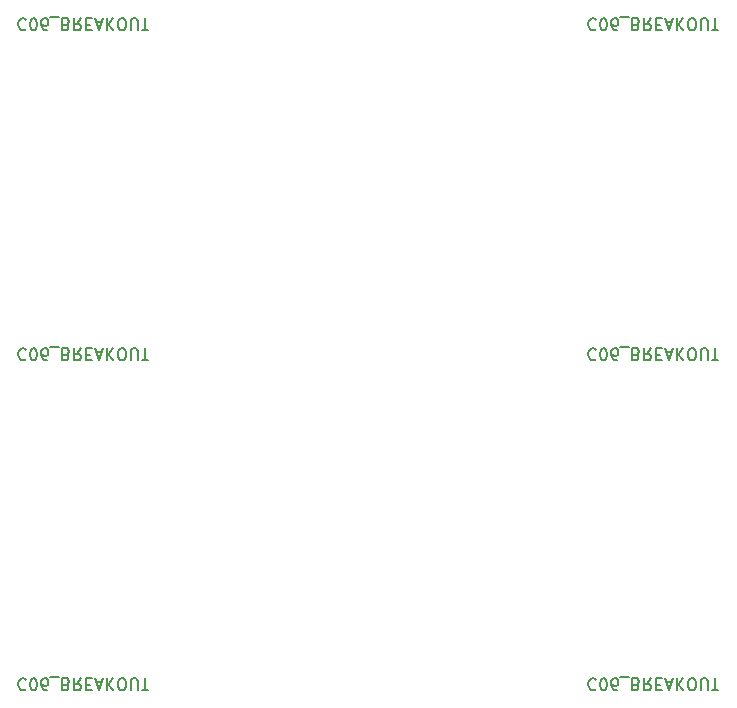
<source format=gbr>
G04 #@! TF.GenerationSoftware,KiCad,Pcbnew,5.1.5-52549c5~86~ubuntu18.04.1*
G04 #@! TF.CreationDate,2020-09-19T01:21:03-05:00*
G04 #@! TF.ProjectId,,58585858-5858-4585-9858-585858585858,rev?*
G04 #@! TF.SameCoordinates,Original*
G04 #@! TF.FileFunction,Legend,Bot*
G04 #@! TF.FilePolarity,Positive*
%FSLAX46Y46*%
G04 Gerber Fmt 4.6, Leading zero omitted, Abs format (unit mm)*
G04 Created by KiCad (PCBNEW 5.1.5-52549c5~86~ubuntu18.04.1) date 2020-09-19 01:21:03*
%MOMM*%
%LPD*%
G04 APERTURE LIST*
%ADD10C,0.150000*%
G04 APERTURE END LIST*
D10*
X127297466Y-88060257D02*
X127249847Y-88012638D01*
X127106990Y-87965019D01*
X127011752Y-87965019D01*
X126868895Y-88012638D01*
X126773657Y-88107876D01*
X126726038Y-88203114D01*
X126678419Y-88393590D01*
X126678419Y-88536447D01*
X126726038Y-88726923D01*
X126773657Y-88822161D01*
X126868895Y-88917400D01*
X127011752Y-88965019D01*
X127106990Y-88965019D01*
X127249847Y-88917400D01*
X127297466Y-88869780D01*
X127916514Y-88965019D02*
X128011752Y-88965019D01*
X128106990Y-88917400D01*
X128154609Y-88869780D01*
X128202228Y-88774542D01*
X128249847Y-88584066D01*
X128249847Y-88345971D01*
X128202228Y-88155495D01*
X128154609Y-88060257D01*
X128106990Y-88012638D01*
X128011752Y-87965019D01*
X127916514Y-87965019D01*
X127821276Y-88012638D01*
X127773657Y-88060257D01*
X127726038Y-88155495D01*
X127678419Y-88345971D01*
X127678419Y-88584066D01*
X127726038Y-88774542D01*
X127773657Y-88869780D01*
X127821276Y-88917400D01*
X127916514Y-88965019D01*
X129106990Y-88965019D02*
X128916514Y-88965019D01*
X128821276Y-88917400D01*
X128773657Y-88869780D01*
X128678419Y-88726923D01*
X128630800Y-88536447D01*
X128630800Y-88155495D01*
X128678419Y-88060257D01*
X128726038Y-88012638D01*
X128821276Y-87965019D01*
X129011752Y-87965019D01*
X129106990Y-88012638D01*
X129154609Y-88060257D01*
X129202228Y-88155495D01*
X129202228Y-88393590D01*
X129154609Y-88488828D01*
X129106990Y-88536447D01*
X129011752Y-88584066D01*
X128821276Y-88584066D01*
X128726038Y-88536447D01*
X128678419Y-88488828D01*
X128630800Y-88393590D01*
X129392704Y-87869780D02*
X130154609Y-87869780D01*
X130726038Y-88488828D02*
X130868895Y-88441209D01*
X130916514Y-88393590D01*
X130964133Y-88298352D01*
X130964133Y-88155495D01*
X130916514Y-88060257D01*
X130868895Y-88012638D01*
X130773657Y-87965019D01*
X130392704Y-87965019D01*
X130392704Y-88965019D01*
X130726038Y-88965019D01*
X130821276Y-88917400D01*
X130868895Y-88869780D01*
X130916514Y-88774542D01*
X130916514Y-88679304D01*
X130868895Y-88584066D01*
X130821276Y-88536447D01*
X130726038Y-88488828D01*
X130392704Y-88488828D01*
X131964133Y-87965019D02*
X131630800Y-88441209D01*
X131392704Y-87965019D02*
X131392704Y-88965019D01*
X131773657Y-88965019D01*
X131868895Y-88917400D01*
X131916514Y-88869780D01*
X131964133Y-88774542D01*
X131964133Y-88631685D01*
X131916514Y-88536447D01*
X131868895Y-88488828D01*
X131773657Y-88441209D01*
X131392704Y-88441209D01*
X132392704Y-88488828D02*
X132726038Y-88488828D01*
X132868895Y-87965019D02*
X132392704Y-87965019D01*
X132392704Y-88965019D01*
X132868895Y-88965019D01*
X133249847Y-88250733D02*
X133726038Y-88250733D01*
X133154609Y-87965019D02*
X133487942Y-88965019D01*
X133821276Y-87965019D01*
X134154609Y-87965019D02*
X134154609Y-88965019D01*
X134726038Y-87965019D02*
X134297466Y-88536447D01*
X134726038Y-88965019D02*
X134154609Y-88393590D01*
X135345085Y-88965019D02*
X135535561Y-88965019D01*
X135630800Y-88917400D01*
X135726038Y-88822161D01*
X135773657Y-88631685D01*
X135773657Y-88298352D01*
X135726038Y-88107876D01*
X135630800Y-88012638D01*
X135535561Y-87965019D01*
X135345085Y-87965019D01*
X135249847Y-88012638D01*
X135154609Y-88107876D01*
X135106990Y-88298352D01*
X135106990Y-88631685D01*
X135154609Y-88822161D01*
X135249847Y-88917400D01*
X135345085Y-88965019D01*
X136202228Y-88965019D02*
X136202228Y-88155495D01*
X136249847Y-88060257D01*
X136297466Y-88012638D01*
X136392704Y-87965019D01*
X136583180Y-87965019D01*
X136678419Y-88012638D01*
X136726038Y-88060257D01*
X136773657Y-88155495D01*
X136773657Y-88965019D01*
X137106990Y-88965019D02*
X137678419Y-88965019D01*
X137392704Y-87965019D02*
X137392704Y-88965019D01*
X79037466Y-88060257D02*
X78989847Y-88012638D01*
X78846990Y-87965019D01*
X78751752Y-87965019D01*
X78608895Y-88012638D01*
X78513657Y-88107876D01*
X78466038Y-88203114D01*
X78418419Y-88393590D01*
X78418419Y-88536447D01*
X78466038Y-88726923D01*
X78513657Y-88822161D01*
X78608895Y-88917400D01*
X78751752Y-88965019D01*
X78846990Y-88965019D01*
X78989847Y-88917400D01*
X79037466Y-88869780D01*
X79656514Y-88965019D02*
X79751752Y-88965019D01*
X79846990Y-88917400D01*
X79894609Y-88869780D01*
X79942228Y-88774542D01*
X79989847Y-88584066D01*
X79989847Y-88345971D01*
X79942228Y-88155495D01*
X79894609Y-88060257D01*
X79846990Y-88012638D01*
X79751752Y-87965019D01*
X79656514Y-87965019D01*
X79561276Y-88012638D01*
X79513657Y-88060257D01*
X79466038Y-88155495D01*
X79418419Y-88345971D01*
X79418419Y-88584066D01*
X79466038Y-88774542D01*
X79513657Y-88869780D01*
X79561276Y-88917400D01*
X79656514Y-88965019D01*
X80846990Y-88965019D02*
X80656514Y-88965019D01*
X80561276Y-88917400D01*
X80513657Y-88869780D01*
X80418419Y-88726923D01*
X80370800Y-88536447D01*
X80370800Y-88155495D01*
X80418419Y-88060257D01*
X80466038Y-88012638D01*
X80561276Y-87965019D01*
X80751752Y-87965019D01*
X80846990Y-88012638D01*
X80894609Y-88060257D01*
X80942228Y-88155495D01*
X80942228Y-88393590D01*
X80894609Y-88488828D01*
X80846990Y-88536447D01*
X80751752Y-88584066D01*
X80561276Y-88584066D01*
X80466038Y-88536447D01*
X80418419Y-88488828D01*
X80370800Y-88393590D01*
X81132704Y-87869780D02*
X81894609Y-87869780D01*
X82466038Y-88488828D02*
X82608895Y-88441209D01*
X82656514Y-88393590D01*
X82704133Y-88298352D01*
X82704133Y-88155495D01*
X82656514Y-88060257D01*
X82608895Y-88012638D01*
X82513657Y-87965019D01*
X82132704Y-87965019D01*
X82132704Y-88965019D01*
X82466038Y-88965019D01*
X82561276Y-88917400D01*
X82608895Y-88869780D01*
X82656514Y-88774542D01*
X82656514Y-88679304D01*
X82608895Y-88584066D01*
X82561276Y-88536447D01*
X82466038Y-88488828D01*
X82132704Y-88488828D01*
X83704133Y-87965019D02*
X83370800Y-88441209D01*
X83132704Y-87965019D02*
X83132704Y-88965019D01*
X83513657Y-88965019D01*
X83608895Y-88917400D01*
X83656514Y-88869780D01*
X83704133Y-88774542D01*
X83704133Y-88631685D01*
X83656514Y-88536447D01*
X83608895Y-88488828D01*
X83513657Y-88441209D01*
X83132704Y-88441209D01*
X84132704Y-88488828D02*
X84466038Y-88488828D01*
X84608895Y-87965019D02*
X84132704Y-87965019D01*
X84132704Y-88965019D01*
X84608895Y-88965019D01*
X84989847Y-88250733D02*
X85466038Y-88250733D01*
X84894609Y-87965019D02*
X85227942Y-88965019D01*
X85561276Y-87965019D01*
X85894609Y-87965019D02*
X85894609Y-88965019D01*
X86466038Y-87965019D02*
X86037466Y-88536447D01*
X86466038Y-88965019D02*
X85894609Y-88393590D01*
X87085085Y-88965019D02*
X87275561Y-88965019D01*
X87370800Y-88917400D01*
X87466038Y-88822161D01*
X87513657Y-88631685D01*
X87513657Y-88298352D01*
X87466038Y-88107876D01*
X87370800Y-88012638D01*
X87275561Y-87965019D01*
X87085085Y-87965019D01*
X86989847Y-88012638D01*
X86894609Y-88107876D01*
X86846990Y-88298352D01*
X86846990Y-88631685D01*
X86894609Y-88822161D01*
X86989847Y-88917400D01*
X87085085Y-88965019D01*
X87942228Y-88965019D02*
X87942228Y-88155495D01*
X87989847Y-88060257D01*
X88037466Y-88012638D01*
X88132704Y-87965019D01*
X88323180Y-87965019D01*
X88418419Y-88012638D01*
X88466038Y-88060257D01*
X88513657Y-88155495D01*
X88513657Y-88965019D01*
X88846990Y-88965019D02*
X89418419Y-88965019D01*
X89132704Y-87965019D02*
X89132704Y-88965019D01*
X127297466Y-60120257D02*
X127249847Y-60072638D01*
X127106990Y-60025019D01*
X127011752Y-60025019D01*
X126868895Y-60072638D01*
X126773657Y-60167876D01*
X126726038Y-60263114D01*
X126678419Y-60453590D01*
X126678419Y-60596447D01*
X126726038Y-60786923D01*
X126773657Y-60882161D01*
X126868895Y-60977400D01*
X127011752Y-61025019D01*
X127106990Y-61025019D01*
X127249847Y-60977400D01*
X127297466Y-60929780D01*
X127916514Y-61025019D02*
X128011752Y-61025019D01*
X128106990Y-60977400D01*
X128154609Y-60929780D01*
X128202228Y-60834542D01*
X128249847Y-60644066D01*
X128249847Y-60405971D01*
X128202228Y-60215495D01*
X128154609Y-60120257D01*
X128106990Y-60072638D01*
X128011752Y-60025019D01*
X127916514Y-60025019D01*
X127821276Y-60072638D01*
X127773657Y-60120257D01*
X127726038Y-60215495D01*
X127678419Y-60405971D01*
X127678419Y-60644066D01*
X127726038Y-60834542D01*
X127773657Y-60929780D01*
X127821276Y-60977400D01*
X127916514Y-61025019D01*
X129106990Y-61025019D02*
X128916514Y-61025019D01*
X128821276Y-60977400D01*
X128773657Y-60929780D01*
X128678419Y-60786923D01*
X128630800Y-60596447D01*
X128630800Y-60215495D01*
X128678419Y-60120257D01*
X128726038Y-60072638D01*
X128821276Y-60025019D01*
X129011752Y-60025019D01*
X129106990Y-60072638D01*
X129154609Y-60120257D01*
X129202228Y-60215495D01*
X129202228Y-60453590D01*
X129154609Y-60548828D01*
X129106990Y-60596447D01*
X129011752Y-60644066D01*
X128821276Y-60644066D01*
X128726038Y-60596447D01*
X128678419Y-60548828D01*
X128630800Y-60453590D01*
X129392704Y-59929780D02*
X130154609Y-59929780D01*
X130726038Y-60548828D02*
X130868895Y-60501209D01*
X130916514Y-60453590D01*
X130964133Y-60358352D01*
X130964133Y-60215495D01*
X130916514Y-60120257D01*
X130868895Y-60072638D01*
X130773657Y-60025019D01*
X130392704Y-60025019D01*
X130392704Y-61025019D01*
X130726038Y-61025019D01*
X130821276Y-60977400D01*
X130868895Y-60929780D01*
X130916514Y-60834542D01*
X130916514Y-60739304D01*
X130868895Y-60644066D01*
X130821276Y-60596447D01*
X130726038Y-60548828D01*
X130392704Y-60548828D01*
X131964133Y-60025019D02*
X131630800Y-60501209D01*
X131392704Y-60025019D02*
X131392704Y-61025019D01*
X131773657Y-61025019D01*
X131868895Y-60977400D01*
X131916514Y-60929780D01*
X131964133Y-60834542D01*
X131964133Y-60691685D01*
X131916514Y-60596447D01*
X131868895Y-60548828D01*
X131773657Y-60501209D01*
X131392704Y-60501209D01*
X132392704Y-60548828D02*
X132726038Y-60548828D01*
X132868895Y-60025019D02*
X132392704Y-60025019D01*
X132392704Y-61025019D01*
X132868895Y-61025019D01*
X133249847Y-60310733D02*
X133726038Y-60310733D01*
X133154609Y-60025019D02*
X133487942Y-61025019D01*
X133821276Y-60025019D01*
X134154609Y-60025019D02*
X134154609Y-61025019D01*
X134726038Y-60025019D02*
X134297466Y-60596447D01*
X134726038Y-61025019D02*
X134154609Y-60453590D01*
X135345085Y-61025019D02*
X135535561Y-61025019D01*
X135630800Y-60977400D01*
X135726038Y-60882161D01*
X135773657Y-60691685D01*
X135773657Y-60358352D01*
X135726038Y-60167876D01*
X135630800Y-60072638D01*
X135535561Y-60025019D01*
X135345085Y-60025019D01*
X135249847Y-60072638D01*
X135154609Y-60167876D01*
X135106990Y-60358352D01*
X135106990Y-60691685D01*
X135154609Y-60882161D01*
X135249847Y-60977400D01*
X135345085Y-61025019D01*
X136202228Y-61025019D02*
X136202228Y-60215495D01*
X136249847Y-60120257D01*
X136297466Y-60072638D01*
X136392704Y-60025019D01*
X136583180Y-60025019D01*
X136678419Y-60072638D01*
X136726038Y-60120257D01*
X136773657Y-60215495D01*
X136773657Y-61025019D01*
X137106990Y-61025019D02*
X137678419Y-61025019D01*
X137392704Y-60025019D02*
X137392704Y-61025019D01*
X79037466Y-60120257D02*
X78989847Y-60072638D01*
X78846990Y-60025019D01*
X78751752Y-60025019D01*
X78608895Y-60072638D01*
X78513657Y-60167876D01*
X78466038Y-60263114D01*
X78418419Y-60453590D01*
X78418419Y-60596447D01*
X78466038Y-60786923D01*
X78513657Y-60882161D01*
X78608895Y-60977400D01*
X78751752Y-61025019D01*
X78846990Y-61025019D01*
X78989847Y-60977400D01*
X79037466Y-60929780D01*
X79656514Y-61025019D02*
X79751752Y-61025019D01*
X79846990Y-60977400D01*
X79894609Y-60929780D01*
X79942228Y-60834542D01*
X79989847Y-60644066D01*
X79989847Y-60405971D01*
X79942228Y-60215495D01*
X79894609Y-60120257D01*
X79846990Y-60072638D01*
X79751752Y-60025019D01*
X79656514Y-60025019D01*
X79561276Y-60072638D01*
X79513657Y-60120257D01*
X79466038Y-60215495D01*
X79418419Y-60405971D01*
X79418419Y-60644066D01*
X79466038Y-60834542D01*
X79513657Y-60929780D01*
X79561276Y-60977400D01*
X79656514Y-61025019D01*
X80846990Y-61025019D02*
X80656514Y-61025019D01*
X80561276Y-60977400D01*
X80513657Y-60929780D01*
X80418419Y-60786923D01*
X80370800Y-60596447D01*
X80370800Y-60215495D01*
X80418419Y-60120257D01*
X80466038Y-60072638D01*
X80561276Y-60025019D01*
X80751752Y-60025019D01*
X80846990Y-60072638D01*
X80894609Y-60120257D01*
X80942228Y-60215495D01*
X80942228Y-60453590D01*
X80894609Y-60548828D01*
X80846990Y-60596447D01*
X80751752Y-60644066D01*
X80561276Y-60644066D01*
X80466038Y-60596447D01*
X80418419Y-60548828D01*
X80370800Y-60453590D01*
X81132704Y-59929780D02*
X81894609Y-59929780D01*
X82466038Y-60548828D02*
X82608895Y-60501209D01*
X82656514Y-60453590D01*
X82704133Y-60358352D01*
X82704133Y-60215495D01*
X82656514Y-60120257D01*
X82608895Y-60072638D01*
X82513657Y-60025019D01*
X82132704Y-60025019D01*
X82132704Y-61025019D01*
X82466038Y-61025019D01*
X82561276Y-60977400D01*
X82608895Y-60929780D01*
X82656514Y-60834542D01*
X82656514Y-60739304D01*
X82608895Y-60644066D01*
X82561276Y-60596447D01*
X82466038Y-60548828D01*
X82132704Y-60548828D01*
X83704133Y-60025019D02*
X83370800Y-60501209D01*
X83132704Y-60025019D02*
X83132704Y-61025019D01*
X83513657Y-61025019D01*
X83608895Y-60977400D01*
X83656514Y-60929780D01*
X83704133Y-60834542D01*
X83704133Y-60691685D01*
X83656514Y-60596447D01*
X83608895Y-60548828D01*
X83513657Y-60501209D01*
X83132704Y-60501209D01*
X84132704Y-60548828D02*
X84466038Y-60548828D01*
X84608895Y-60025019D02*
X84132704Y-60025019D01*
X84132704Y-61025019D01*
X84608895Y-61025019D01*
X84989847Y-60310733D02*
X85466038Y-60310733D01*
X84894609Y-60025019D02*
X85227942Y-61025019D01*
X85561276Y-60025019D01*
X85894609Y-60025019D02*
X85894609Y-61025019D01*
X86466038Y-60025019D02*
X86037466Y-60596447D01*
X86466038Y-61025019D02*
X85894609Y-60453590D01*
X87085085Y-61025019D02*
X87275561Y-61025019D01*
X87370800Y-60977400D01*
X87466038Y-60882161D01*
X87513657Y-60691685D01*
X87513657Y-60358352D01*
X87466038Y-60167876D01*
X87370800Y-60072638D01*
X87275561Y-60025019D01*
X87085085Y-60025019D01*
X86989847Y-60072638D01*
X86894609Y-60167876D01*
X86846990Y-60358352D01*
X86846990Y-60691685D01*
X86894609Y-60882161D01*
X86989847Y-60977400D01*
X87085085Y-61025019D01*
X87942228Y-61025019D02*
X87942228Y-60215495D01*
X87989847Y-60120257D01*
X88037466Y-60072638D01*
X88132704Y-60025019D01*
X88323180Y-60025019D01*
X88418419Y-60072638D01*
X88466038Y-60120257D01*
X88513657Y-60215495D01*
X88513657Y-61025019D01*
X88846990Y-61025019D02*
X89418419Y-61025019D01*
X89132704Y-60025019D02*
X89132704Y-61025019D01*
X127297466Y-32180257D02*
X127249847Y-32132638D01*
X127106990Y-32085019D01*
X127011752Y-32085019D01*
X126868895Y-32132638D01*
X126773657Y-32227876D01*
X126726038Y-32323114D01*
X126678419Y-32513590D01*
X126678419Y-32656447D01*
X126726038Y-32846923D01*
X126773657Y-32942161D01*
X126868895Y-33037400D01*
X127011752Y-33085019D01*
X127106990Y-33085019D01*
X127249847Y-33037400D01*
X127297466Y-32989780D01*
X127916514Y-33085019D02*
X128011752Y-33085019D01*
X128106990Y-33037400D01*
X128154609Y-32989780D01*
X128202228Y-32894542D01*
X128249847Y-32704066D01*
X128249847Y-32465971D01*
X128202228Y-32275495D01*
X128154609Y-32180257D01*
X128106990Y-32132638D01*
X128011752Y-32085019D01*
X127916514Y-32085019D01*
X127821276Y-32132638D01*
X127773657Y-32180257D01*
X127726038Y-32275495D01*
X127678419Y-32465971D01*
X127678419Y-32704066D01*
X127726038Y-32894542D01*
X127773657Y-32989780D01*
X127821276Y-33037400D01*
X127916514Y-33085019D01*
X129106990Y-33085019D02*
X128916514Y-33085019D01*
X128821276Y-33037400D01*
X128773657Y-32989780D01*
X128678419Y-32846923D01*
X128630800Y-32656447D01*
X128630800Y-32275495D01*
X128678419Y-32180257D01*
X128726038Y-32132638D01*
X128821276Y-32085019D01*
X129011752Y-32085019D01*
X129106990Y-32132638D01*
X129154609Y-32180257D01*
X129202228Y-32275495D01*
X129202228Y-32513590D01*
X129154609Y-32608828D01*
X129106990Y-32656447D01*
X129011752Y-32704066D01*
X128821276Y-32704066D01*
X128726038Y-32656447D01*
X128678419Y-32608828D01*
X128630800Y-32513590D01*
X129392704Y-31989780D02*
X130154609Y-31989780D01*
X130726038Y-32608828D02*
X130868895Y-32561209D01*
X130916514Y-32513590D01*
X130964133Y-32418352D01*
X130964133Y-32275495D01*
X130916514Y-32180257D01*
X130868895Y-32132638D01*
X130773657Y-32085019D01*
X130392704Y-32085019D01*
X130392704Y-33085019D01*
X130726038Y-33085019D01*
X130821276Y-33037400D01*
X130868895Y-32989780D01*
X130916514Y-32894542D01*
X130916514Y-32799304D01*
X130868895Y-32704066D01*
X130821276Y-32656447D01*
X130726038Y-32608828D01*
X130392704Y-32608828D01*
X131964133Y-32085019D02*
X131630800Y-32561209D01*
X131392704Y-32085019D02*
X131392704Y-33085019D01*
X131773657Y-33085019D01*
X131868895Y-33037400D01*
X131916514Y-32989780D01*
X131964133Y-32894542D01*
X131964133Y-32751685D01*
X131916514Y-32656447D01*
X131868895Y-32608828D01*
X131773657Y-32561209D01*
X131392704Y-32561209D01*
X132392704Y-32608828D02*
X132726038Y-32608828D01*
X132868895Y-32085019D02*
X132392704Y-32085019D01*
X132392704Y-33085019D01*
X132868895Y-33085019D01*
X133249847Y-32370733D02*
X133726038Y-32370733D01*
X133154609Y-32085019D02*
X133487942Y-33085019D01*
X133821276Y-32085019D01*
X134154609Y-32085019D02*
X134154609Y-33085019D01*
X134726038Y-32085019D02*
X134297466Y-32656447D01*
X134726038Y-33085019D02*
X134154609Y-32513590D01*
X135345085Y-33085019D02*
X135535561Y-33085019D01*
X135630800Y-33037400D01*
X135726038Y-32942161D01*
X135773657Y-32751685D01*
X135773657Y-32418352D01*
X135726038Y-32227876D01*
X135630800Y-32132638D01*
X135535561Y-32085019D01*
X135345085Y-32085019D01*
X135249847Y-32132638D01*
X135154609Y-32227876D01*
X135106990Y-32418352D01*
X135106990Y-32751685D01*
X135154609Y-32942161D01*
X135249847Y-33037400D01*
X135345085Y-33085019D01*
X136202228Y-33085019D02*
X136202228Y-32275495D01*
X136249847Y-32180257D01*
X136297466Y-32132638D01*
X136392704Y-32085019D01*
X136583180Y-32085019D01*
X136678419Y-32132638D01*
X136726038Y-32180257D01*
X136773657Y-32275495D01*
X136773657Y-33085019D01*
X137106990Y-33085019D02*
X137678419Y-33085019D01*
X137392704Y-32085019D02*
X137392704Y-33085019D01*
X79037466Y-32180257D02*
X78989847Y-32132638D01*
X78846990Y-32085019D01*
X78751752Y-32085019D01*
X78608895Y-32132638D01*
X78513657Y-32227876D01*
X78466038Y-32323114D01*
X78418419Y-32513590D01*
X78418419Y-32656447D01*
X78466038Y-32846923D01*
X78513657Y-32942161D01*
X78608895Y-33037400D01*
X78751752Y-33085019D01*
X78846990Y-33085019D01*
X78989847Y-33037400D01*
X79037466Y-32989780D01*
X79656514Y-33085019D02*
X79751752Y-33085019D01*
X79846990Y-33037400D01*
X79894609Y-32989780D01*
X79942228Y-32894542D01*
X79989847Y-32704066D01*
X79989847Y-32465971D01*
X79942228Y-32275495D01*
X79894609Y-32180257D01*
X79846990Y-32132638D01*
X79751752Y-32085019D01*
X79656514Y-32085019D01*
X79561276Y-32132638D01*
X79513657Y-32180257D01*
X79466038Y-32275495D01*
X79418419Y-32465971D01*
X79418419Y-32704066D01*
X79466038Y-32894542D01*
X79513657Y-32989780D01*
X79561276Y-33037400D01*
X79656514Y-33085019D01*
X80846990Y-33085019D02*
X80656514Y-33085019D01*
X80561276Y-33037400D01*
X80513657Y-32989780D01*
X80418419Y-32846923D01*
X80370800Y-32656447D01*
X80370800Y-32275495D01*
X80418419Y-32180257D01*
X80466038Y-32132638D01*
X80561276Y-32085019D01*
X80751752Y-32085019D01*
X80846990Y-32132638D01*
X80894609Y-32180257D01*
X80942228Y-32275495D01*
X80942228Y-32513590D01*
X80894609Y-32608828D01*
X80846990Y-32656447D01*
X80751752Y-32704066D01*
X80561276Y-32704066D01*
X80466038Y-32656447D01*
X80418419Y-32608828D01*
X80370800Y-32513590D01*
X81132704Y-31989780D02*
X81894609Y-31989780D01*
X82466038Y-32608828D02*
X82608895Y-32561209D01*
X82656514Y-32513590D01*
X82704133Y-32418352D01*
X82704133Y-32275495D01*
X82656514Y-32180257D01*
X82608895Y-32132638D01*
X82513657Y-32085019D01*
X82132704Y-32085019D01*
X82132704Y-33085019D01*
X82466038Y-33085019D01*
X82561276Y-33037400D01*
X82608895Y-32989780D01*
X82656514Y-32894542D01*
X82656514Y-32799304D01*
X82608895Y-32704066D01*
X82561276Y-32656447D01*
X82466038Y-32608828D01*
X82132704Y-32608828D01*
X83704133Y-32085019D02*
X83370800Y-32561209D01*
X83132704Y-32085019D02*
X83132704Y-33085019D01*
X83513657Y-33085019D01*
X83608895Y-33037400D01*
X83656514Y-32989780D01*
X83704133Y-32894542D01*
X83704133Y-32751685D01*
X83656514Y-32656447D01*
X83608895Y-32608828D01*
X83513657Y-32561209D01*
X83132704Y-32561209D01*
X84132704Y-32608828D02*
X84466038Y-32608828D01*
X84608895Y-32085019D02*
X84132704Y-32085019D01*
X84132704Y-33085019D01*
X84608895Y-33085019D01*
X84989847Y-32370733D02*
X85466038Y-32370733D01*
X84894609Y-32085019D02*
X85227942Y-33085019D01*
X85561276Y-32085019D01*
X85894609Y-32085019D02*
X85894609Y-33085019D01*
X86466038Y-32085019D02*
X86037466Y-32656447D01*
X86466038Y-33085019D02*
X85894609Y-32513590D01*
X87085085Y-33085019D02*
X87275561Y-33085019D01*
X87370800Y-33037400D01*
X87466038Y-32942161D01*
X87513657Y-32751685D01*
X87513657Y-32418352D01*
X87466038Y-32227876D01*
X87370800Y-32132638D01*
X87275561Y-32085019D01*
X87085085Y-32085019D01*
X86989847Y-32132638D01*
X86894609Y-32227876D01*
X86846990Y-32418352D01*
X86846990Y-32751685D01*
X86894609Y-32942161D01*
X86989847Y-33037400D01*
X87085085Y-33085019D01*
X87942228Y-33085019D02*
X87942228Y-32275495D01*
X87989847Y-32180257D01*
X88037466Y-32132638D01*
X88132704Y-32085019D01*
X88323180Y-32085019D01*
X88418419Y-32132638D01*
X88466038Y-32180257D01*
X88513657Y-32275495D01*
X88513657Y-33085019D01*
X88846990Y-33085019D02*
X89418419Y-33085019D01*
X89132704Y-32085019D02*
X89132704Y-33085019D01*
M02*

</source>
